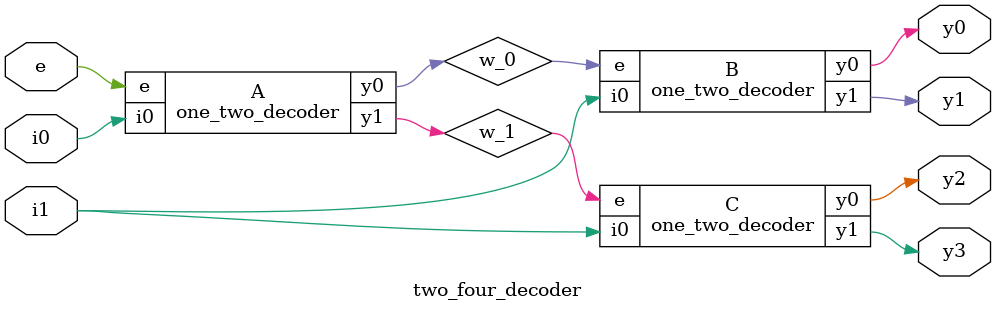
<source format=v>
`timescale 1ns / 1ps
module one_two_decoder(y0,y1,i0,e);
input i0,e;
output y0,y1;
and(y0,~i0,e);
and(y1,i0,e);
endmodule
module two_four_decoder(y0,y1,y2,y3,i0,i1,e);
input i0,i1,e;
output y0,y1,y2,y3;
wire w_0 , w_1;
one_two_decoder A(w_0,w_1,i0,e);
one_two_decoder B(y0,y1,i1,w_0);
one_two_decoder C(y2,y3,i1,w_1);
endmodule

</source>
